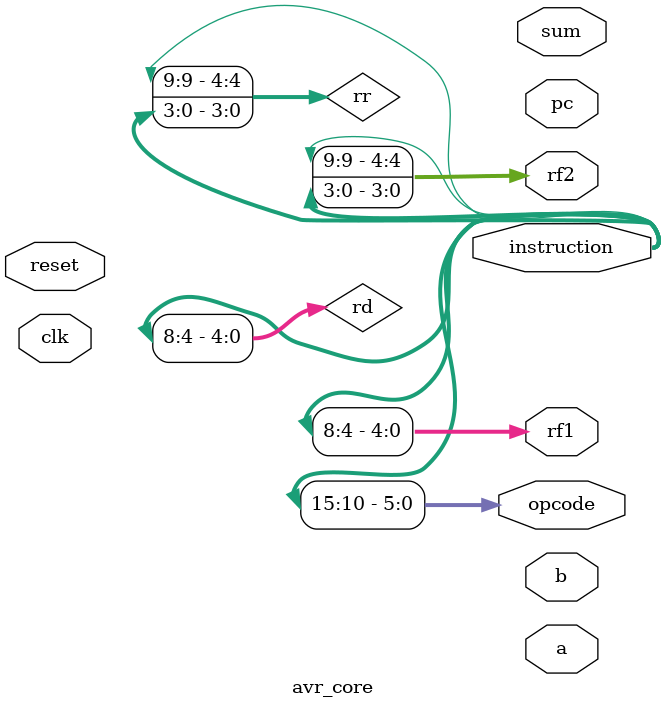
<source format=v>
`timescale 1ns / 1ps
`include "defines.vh"


module avr_core(
    input               clk,
    input               reset,
    output  [3:0]       pc,
    output [15:0]       instruction,
    output  [5:0]       opcode,
    output  [4:0]       rf1,
    output  [4:0]       rf2,
    output  [7:0]       a,
    output  [7:0]       b,
    output  [7:0]       sum
    );

    wire    [4:0]       rd;
    wire    [4:0]       rr;
    
    // TODO - instantiate a program counter as U1

    // TODO - instantiate a program ROM as U2

    // Opcode is top 6 bits of the instruction
    assign opcode = instruction[15:10];

    // Register addresses from register direct format instructions     
    assign rd = instruction[8:4]; 
    assign rr = { instruction[9], instruction[3:0] };  // concatenation

    // TODO - instantiate a control ROM as U3

    assign rf1 = rd;
    assign rf2 = rr;
    
    // TODO - instantiate a register file as U4
    
    // TODO - instantiate a simplified ALU (logic) as U5

endmodule

</source>
